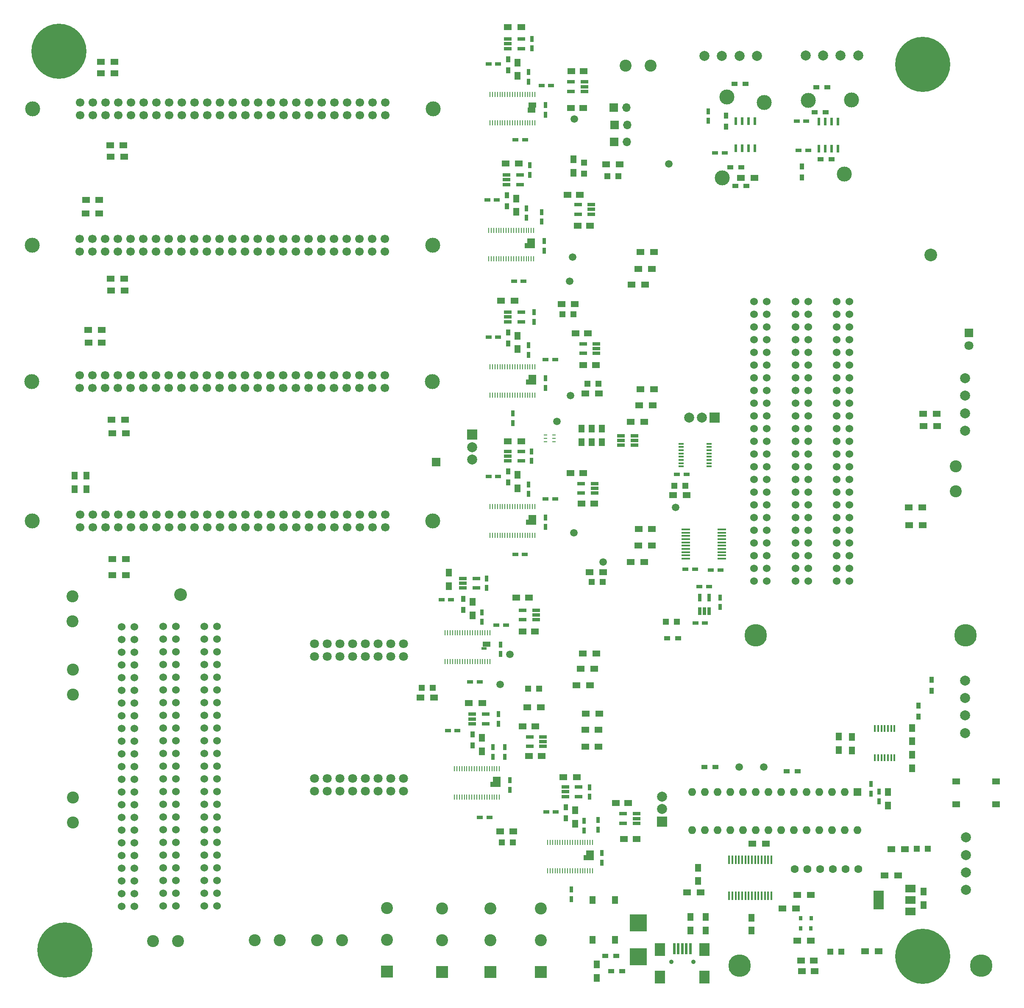
<source format=gbr>
G04 #@! TF.FileFunction,Soldermask,Top*
%FSLAX46Y46*%
G04 Gerber Fmt 4.6, Leading zero omitted, Abs format (unit mm)*
G04 Created by KiCad (PCBNEW 4.0.4-stable) date 08/03/17 17:46:02*
%MOMM*%
%LPD*%
G01*
G04 APERTURE LIST*
%ADD10C,0.100000*%
%ADD11C,11.000000*%
%ADD12C,0.700000*%
%ADD13C,4.500000*%
%ADD14R,1.500000X1.300000*%
%ADD15R,0.650000X0.250000*%
%ADD16R,1.050000X0.450000*%
%ADD17R,0.500000X2.300000*%
%ADD18R,2.000000X2.500000*%
%ADD19C,0.900000*%
%ADD20R,2.400000X2.400000*%
%ADD21C,2.400000*%
%ADD22R,0.450000X1.750000*%
%ADD23R,2.000000X1.000000*%
%ADD24R,0.285000X1.100000*%
%ADD25R,1.500000X1.000000*%
%ADD26C,1.800000*%
%ADD27R,1.560000X0.650000*%
%ADD28R,1.300000X1.500000*%
%ADD29R,1.200000X0.750000*%
%ADD30R,0.750000X1.200000*%
%ADD31R,0.900000X1.200000*%
%ADD32R,2.000000X3.800000*%
%ADD33R,2.000000X1.500000*%
%ADD34R,1.200000X1.200000*%
%ADD35R,1.600000X1.600000*%
%ADD36O,1.600000X1.600000*%
%ADD37R,0.600000X1.550000*%
%ADD38C,3.000000*%
%ADD39C,1.524000*%
%ADD40R,0.450000X1.450000*%
%ADD41R,1.800000X1.800000*%
%ADD42C,1.500000*%
%ADD43R,0.800000X0.900000*%
%ADD44R,1.250000X1.500000*%
%ADD45R,1.500000X1.250000*%
%ADD46R,3.500000X3.500000*%
%ADD47R,1.200000X0.900000*%
%ADD48R,1.300000X1.550000*%
%ADD49R,1.000000X0.500000*%
%ADD50C,1.600000*%
%ADD51R,0.650000X1.560000*%
%ADD52R,1.750000X0.450000*%
%ADD53R,2.000000X2.000000*%
%ADD54C,2.000000*%
%ADD55R,1.700000X1.700000*%
%ADD56R,1.550000X1.300000*%
%ADD57C,2.540000*%
%ADD58O,1.700000X1.700000*%
%ADD59C,1.700000*%
G04 APERTURE END LIST*
D10*
D11*
X197535800Y-25103200D03*
D12*
X201660800Y-25103200D03*
X200462615Y-28030015D03*
X197535800Y-29228200D03*
X194608985Y-28030015D03*
X193410800Y-25103200D03*
X194608985Y-22176385D03*
X197535800Y-20978200D03*
X200462615Y-22176385D03*
D13*
X206057500Y-139230100D03*
X164147500Y-139230100D03*
X209232500Y-205270100D03*
D14*
X35657800Y-98780600D03*
X38357800Y-98780600D03*
D13*
X160972500Y-205270100D03*
D15*
X123850400Y-99161600D03*
X123850400Y-99811600D03*
X123850400Y-100461600D03*
X122125400Y-99161600D03*
X122125400Y-99811600D03*
X122125400Y-100461600D03*
D16*
X154844800Y-105449800D03*
X154844800Y-104799800D03*
X154844800Y-104149800D03*
X154844800Y-103499800D03*
X154844800Y-102849800D03*
X154844800Y-102199800D03*
X154844800Y-101549800D03*
X154844800Y-100899800D03*
X149294800Y-100899800D03*
X149294800Y-101549800D03*
X149294800Y-102199800D03*
X149294800Y-102849800D03*
X149294800Y-103499800D03*
X149294800Y-104149800D03*
X149294800Y-104799800D03*
X149294800Y-105449800D03*
D17*
X147904400Y-201885900D03*
X148704400Y-201885900D03*
X149504400Y-201885900D03*
X150304400Y-201885900D03*
X151104400Y-201885900D03*
D18*
X145054400Y-201985900D03*
X145054400Y-207485900D03*
X153954400Y-201985900D03*
X153954400Y-207485900D03*
D19*
X147304400Y-204485900D03*
X151704400Y-204485900D03*
D20*
X111150400Y-206527400D03*
D21*
X111150400Y-200177400D03*
X111150400Y-193827400D03*
D22*
X167293000Y-184106000D03*
X166643000Y-184106000D03*
X165993000Y-184106000D03*
X165343000Y-184106000D03*
X164693000Y-184106000D03*
X164043000Y-184106000D03*
X163393000Y-184106000D03*
X162743000Y-184106000D03*
X162093000Y-184106000D03*
X161443000Y-184106000D03*
X160793000Y-184106000D03*
X160143000Y-184106000D03*
X159493000Y-184106000D03*
X158843000Y-184106000D03*
X158843000Y-191306000D03*
X159493000Y-191306000D03*
X160143000Y-191306000D03*
X160793000Y-191306000D03*
X161443000Y-191306000D03*
X162093000Y-191306000D03*
X162743000Y-191306000D03*
X163393000Y-191306000D03*
X164043000Y-191306000D03*
X164693000Y-191306000D03*
X165343000Y-191306000D03*
X165993000Y-191306000D03*
X166643000Y-191306000D03*
X167293000Y-191306000D03*
D20*
X121272300Y-206463900D03*
D21*
X121272300Y-200113900D03*
X121272300Y-193763900D03*
D23*
X119316500Y-116586000D03*
D24*
X120070000Y-113482000D03*
X119570000Y-113482000D03*
X119070000Y-113482000D03*
X118570000Y-113482000D03*
X118070000Y-113482000D03*
X117570000Y-113482000D03*
X117070000Y-113482000D03*
X116570000Y-113482000D03*
X116070000Y-113482000D03*
X115570000Y-113482000D03*
X115070000Y-113482000D03*
X114570000Y-113482000D03*
X114070000Y-113482000D03*
X113570000Y-113482000D03*
X113070000Y-113482000D03*
X112570000Y-113482000D03*
X112070000Y-113482000D03*
X111570000Y-113482000D03*
X111070000Y-113482000D03*
X111070000Y-119182000D03*
X111570000Y-119182000D03*
X112070000Y-119182000D03*
X112570000Y-119182000D03*
X113070000Y-119182000D03*
X113570000Y-119182000D03*
X114070000Y-119182000D03*
X114570000Y-119182000D03*
X115070000Y-119182000D03*
X115570000Y-119182000D03*
X116070000Y-119182000D03*
X116570000Y-119182000D03*
X117070000Y-119182000D03*
X117570000Y-119182000D03*
X118070000Y-119182000D03*
X118570000Y-119182000D03*
X119070000Y-119182000D03*
X119570000Y-119182000D03*
X120070000Y-119182000D03*
D25*
X119570500Y-115633500D03*
D26*
X93827600Y-143459200D03*
X93827600Y-140919200D03*
X91287600Y-143459200D03*
X91287600Y-140919200D03*
X88747600Y-143459200D03*
X88747600Y-140919200D03*
X86207600Y-143459200D03*
X86207600Y-140919200D03*
X83667600Y-143459200D03*
X83667600Y-140919200D03*
X81127600Y-143459200D03*
X81127600Y-140919200D03*
X78587600Y-143459200D03*
X78587600Y-140919200D03*
X76047600Y-143459200D03*
X76047600Y-140919200D03*
D27*
X107504240Y-154985680D03*
X107504240Y-155935680D03*
X107504240Y-156885680D03*
X110204240Y-156885680D03*
X110204240Y-154985680D03*
D28*
X109489240Y-159665680D03*
X109489240Y-162365680D03*
D29*
X109047240Y-175620680D03*
X110947240Y-175620680D03*
D30*
X114061240Y-161589680D03*
X114061240Y-163489680D03*
X115077240Y-170093680D03*
X115077240Y-168193680D03*
X112791240Y-156885680D03*
X112791240Y-154985680D03*
X111648240Y-161589680D03*
X111648240Y-163489680D03*
X109474000Y-134584400D03*
X109474000Y-136484400D03*
X110363000Y-129728000D03*
X110363000Y-127828000D03*
X113212880Y-142941080D03*
X113212880Y-141041080D03*
D29*
X114284800Y-137160000D03*
X112384800Y-137160000D03*
X107101600Y-148539200D03*
X109001600Y-148539200D03*
D28*
X107624880Y-132513080D03*
X107624880Y-135213080D03*
D27*
X105639880Y-127833080D03*
X105639880Y-128783080D03*
X105639880Y-129733080D03*
X108339880Y-129733080D03*
X108339880Y-127833080D03*
D30*
X118745000Y-109032000D03*
X118745000Y-110932000D03*
D31*
X114681000Y-108669000D03*
X114681000Y-106469000D03*
D29*
X110810000Y-107442000D03*
X112710000Y-107442000D03*
D30*
X119380000Y-104328000D03*
X119380000Y-102428000D03*
X122174000Y-117536000D03*
X122174000Y-115636000D03*
D29*
X124089200Y-111963200D03*
X122189200Y-111963200D03*
X116144000Y-123063000D03*
X118044000Y-123063000D03*
D28*
X116586000Y-107108000D03*
X116586000Y-109808000D03*
D27*
X114601000Y-102428000D03*
X114601000Y-103378000D03*
X114601000Y-104328000D03*
X117301000Y-104328000D03*
X117301000Y-102428000D03*
D30*
X129844800Y-176291200D03*
X129844800Y-178191200D03*
D31*
X126187200Y-175765640D03*
X126187200Y-173565640D03*
D29*
X122316200Y-174538640D03*
X124216200Y-174538640D03*
D30*
X130987800Y-171460200D03*
X130987800Y-169560200D03*
X133451600Y-184642800D03*
X133451600Y-182742800D03*
X132664200Y-176128640D03*
X132664200Y-178028640D03*
X127342900Y-190019900D03*
X127342900Y-191919900D03*
D28*
X128092200Y-174204640D03*
X128092200Y-176904640D03*
D27*
X126107200Y-169524640D03*
X126107200Y-170474640D03*
X126107200Y-171424640D03*
X128807200Y-171424640D03*
X128807200Y-169524640D03*
X114601000Y-74615000D03*
X114601000Y-75565000D03*
X114601000Y-76515000D03*
X117301000Y-76515000D03*
X117301000Y-74615000D03*
D28*
X116586000Y-79295000D03*
X116586000Y-81995000D03*
D30*
X115620800Y-94858800D03*
X115620800Y-96758800D03*
D29*
X124089200Y-84074000D03*
X122189200Y-84074000D03*
D30*
X122174000Y-89723000D03*
X122174000Y-87823000D03*
X119888000Y-76515000D03*
X119888000Y-74615000D03*
D29*
X110810000Y-79629000D03*
X112710000Y-79629000D03*
D30*
X118745000Y-81219000D03*
X118745000Y-83119000D03*
X118313200Y-53812400D03*
X118313200Y-55712400D03*
D29*
X110556000Y-52197000D03*
X112456000Y-52197000D03*
D30*
X119049800Y-45227200D03*
X119049800Y-47127200D03*
X121920000Y-62291000D03*
X121920000Y-60391000D03*
X121361200Y-54574400D03*
X121361200Y-56474400D03*
D29*
X115864600Y-68402200D03*
X117764600Y-68402200D03*
D28*
X116332000Y-51863000D03*
X116332000Y-54563000D03*
D27*
X114347000Y-47183000D03*
X114347000Y-48133000D03*
X114347000Y-49083000D03*
X117047000Y-49083000D03*
X117047000Y-47183000D03*
D32*
X188747000Y-192125600D03*
D33*
X195047000Y-192125600D03*
X195047000Y-189825600D03*
X195047000Y-194425600D03*
D27*
X114601000Y-20005000D03*
X114601000Y-20955000D03*
X114601000Y-21905000D03*
X117301000Y-21905000D03*
X117301000Y-20005000D03*
D34*
X181221560Y-202453240D03*
X179021560Y-202453240D03*
D35*
X184505600Y-170535600D03*
D36*
X151485600Y-178155600D03*
X181965600Y-170535600D03*
X154025600Y-178155600D03*
X179425600Y-170535600D03*
X156565600Y-178155600D03*
X176885600Y-170535600D03*
X159105600Y-178155600D03*
X174345600Y-170535600D03*
X161645600Y-178155600D03*
X171805600Y-170535600D03*
X164185600Y-178155600D03*
X169265600Y-170535600D03*
X166725600Y-178155600D03*
X166725600Y-170535600D03*
X169265600Y-178155600D03*
X164185600Y-170535600D03*
X171805600Y-178155600D03*
X161645600Y-170535600D03*
X174345600Y-178155600D03*
X159105600Y-170535600D03*
X176885600Y-178155600D03*
X156565600Y-170535600D03*
X179425600Y-178155600D03*
X154025600Y-170535600D03*
X181965600Y-178155600D03*
X151485600Y-170535600D03*
X184505600Y-178155600D03*
D28*
X151142700Y-195474600D03*
X151142700Y-198174600D03*
X154165300Y-195525400D03*
X154165300Y-198225400D03*
D14*
X188685160Y-202351640D03*
X185985160Y-202351640D03*
D28*
X116586000Y-24685000D03*
X116586000Y-27385000D03*
D29*
X116194800Y-40132000D03*
X118094800Y-40132000D03*
X123276400Y-29260800D03*
X121376400Y-29260800D03*
D30*
X122174000Y-35113000D03*
X122174000Y-33213000D03*
X119430800Y-21879600D03*
X119430800Y-19979600D03*
D29*
X110810000Y-25019000D03*
X112710000Y-25019000D03*
D31*
X114681000Y-26246000D03*
X114681000Y-24046000D03*
D30*
X118745000Y-26609000D03*
X118745000Y-28509000D03*
D20*
X101536500Y-206527400D03*
D21*
X101536500Y-200177400D03*
X101536500Y-193827400D03*
D20*
X90525600Y-206425800D03*
D21*
X90525600Y-200075800D03*
X90525600Y-193725800D03*
D14*
X141100000Y-89974000D03*
X143800000Y-89974000D03*
X141100000Y-62574000D03*
X143800000Y-62574000D03*
X140752840Y-117906800D03*
X143452840Y-117906800D03*
D37*
X160157160Y-41846480D03*
X161427160Y-41846480D03*
X162697160Y-41846480D03*
X163967160Y-41846480D03*
X163967160Y-36446480D03*
X162697160Y-36446480D03*
X161427160Y-36446480D03*
X160157160Y-36446480D03*
D38*
X158400000Y-31600000D03*
X165811200Y-32659320D03*
X174670720Y-32288480D03*
X183266080Y-32161480D03*
D39*
X172085000Y-72440800D03*
X174625000Y-72440800D03*
X172085000Y-74980800D03*
X174625000Y-74980800D03*
X172085000Y-77520800D03*
X174625000Y-77520800D03*
X172085000Y-80060800D03*
X174625000Y-80060800D03*
X172085000Y-82600800D03*
X174625000Y-82600800D03*
X172085000Y-85140800D03*
X174625000Y-85140800D03*
X172085000Y-87680800D03*
X174625000Y-87680800D03*
X172085000Y-90220800D03*
X174625000Y-90220800D03*
X172085000Y-92760800D03*
X174625000Y-92760800D03*
X172085000Y-95300800D03*
X174625000Y-95300800D03*
X172085000Y-97840800D03*
X174625000Y-97840800D03*
X172085000Y-100380800D03*
X174625000Y-100380800D03*
X172085000Y-102920800D03*
X174625000Y-102920800D03*
X172085000Y-105460800D03*
X174625000Y-105460800D03*
X172085000Y-108000800D03*
X174625000Y-108000800D03*
X172085000Y-110540800D03*
X174625000Y-110540800D03*
X172085000Y-113080800D03*
X174625000Y-113080800D03*
X172085000Y-115620800D03*
X174625000Y-115620800D03*
X172085000Y-118160800D03*
X174625000Y-118160800D03*
X172085000Y-120700800D03*
X174625000Y-120700800D03*
X172085000Y-123240800D03*
X174625000Y-123240800D03*
X172085000Y-125780800D03*
X174625000Y-125780800D03*
X172085000Y-128320800D03*
X174625000Y-128320800D03*
X163830000Y-72440800D03*
X166370000Y-72440800D03*
X163830000Y-74980800D03*
X166370000Y-74980800D03*
X163830000Y-77520800D03*
X166370000Y-77520800D03*
X163830000Y-80060800D03*
X166370000Y-80060800D03*
X163830000Y-82600800D03*
X166370000Y-82600800D03*
X163830000Y-85140800D03*
X166370000Y-85140800D03*
X163830000Y-87680800D03*
X166370000Y-87680800D03*
X163830000Y-90220800D03*
X166370000Y-90220800D03*
X163830000Y-92760800D03*
X166370000Y-92760800D03*
X163830000Y-95300800D03*
X166370000Y-95300800D03*
X163830000Y-97840800D03*
X166370000Y-97840800D03*
X163830000Y-100380800D03*
X166370000Y-100380800D03*
X163830000Y-102920800D03*
X166370000Y-102920800D03*
X163830000Y-105460800D03*
X166370000Y-105460800D03*
X163830000Y-108000800D03*
X166370000Y-108000800D03*
X163830000Y-110540800D03*
X166370000Y-110540800D03*
X163830000Y-113080800D03*
X166370000Y-113080800D03*
X163830000Y-115620800D03*
X166370000Y-115620800D03*
X163830000Y-118160800D03*
X166370000Y-118160800D03*
X163830000Y-120700800D03*
X166370000Y-120700800D03*
X163830000Y-123240800D03*
X166370000Y-123240800D03*
X163830000Y-125780800D03*
X166370000Y-125780800D03*
X163830000Y-128320800D03*
X166370000Y-128320800D03*
X180340000Y-72440800D03*
X182880000Y-72440800D03*
X180340000Y-74980800D03*
X182880000Y-74980800D03*
X180340000Y-77520800D03*
X182880000Y-77520800D03*
X180340000Y-80060800D03*
X182880000Y-80060800D03*
X180340000Y-82600800D03*
X182880000Y-82600800D03*
X180340000Y-85140800D03*
X182880000Y-85140800D03*
X180340000Y-87680800D03*
X182880000Y-87680800D03*
X180340000Y-90220800D03*
X182880000Y-90220800D03*
X180340000Y-92760800D03*
X182880000Y-92760800D03*
X180340000Y-95300800D03*
X182880000Y-95300800D03*
X180340000Y-97840800D03*
X182880000Y-97840800D03*
X180340000Y-100380800D03*
X182880000Y-100380800D03*
X180340000Y-102920800D03*
X182880000Y-102920800D03*
X180340000Y-105460800D03*
X182880000Y-105460800D03*
X180340000Y-108000800D03*
X182880000Y-108000800D03*
X180340000Y-110540800D03*
X182880000Y-110540800D03*
X180340000Y-113080800D03*
X182880000Y-113080800D03*
X180340000Y-115620800D03*
X182880000Y-115620800D03*
X180340000Y-118160800D03*
X182880000Y-118160800D03*
X180340000Y-120700800D03*
X182880000Y-120700800D03*
X180340000Y-123240800D03*
X182880000Y-123240800D03*
X180340000Y-125780800D03*
X182880000Y-125780800D03*
X180340000Y-128320800D03*
X182880000Y-128320800D03*
D26*
X93827600Y-170383200D03*
X93827600Y-167843200D03*
X91287600Y-170383200D03*
X91287600Y-167843200D03*
X88747600Y-170383200D03*
X88747600Y-167843200D03*
X86207600Y-170383200D03*
X86207600Y-167843200D03*
X83667600Y-170383200D03*
X83667600Y-167843200D03*
X81127600Y-170383200D03*
X81127600Y-167843200D03*
X78587600Y-170383200D03*
X78587600Y-167843200D03*
X76047600Y-170383200D03*
X76047600Y-167843200D03*
D14*
X163910000Y-47752000D03*
X161210000Y-47752000D03*
D38*
X157480000Y-47752000D03*
X181864000Y-46990000D03*
D40*
X191865800Y-157781200D03*
X191215800Y-157781200D03*
X190565800Y-157781200D03*
X189915800Y-157781200D03*
X189265800Y-157781200D03*
X188615800Y-157781200D03*
X187965800Y-157781200D03*
X187965800Y-163681200D03*
X188615800Y-163681200D03*
X189265800Y-163681200D03*
X189915800Y-163681200D03*
X190565800Y-163681200D03*
X191215800Y-163681200D03*
X191865800Y-163681200D03*
D29*
X150327400Y-107035600D03*
X148427400Y-107035600D03*
X101412000Y-132080000D03*
X103312000Y-132080000D03*
X102656600Y-158242000D03*
X104556600Y-158242000D03*
D34*
X198534200Y-181889400D03*
X196334200Y-181889400D03*
D26*
X206781400Y-81254600D03*
D41*
X206781400Y-78754600D03*
D39*
X37465000Y-137464800D03*
X40005000Y-137464800D03*
X37465000Y-140004800D03*
X40005000Y-140004800D03*
X37465000Y-142544800D03*
X40005000Y-142544800D03*
X37465000Y-145084800D03*
X40005000Y-145084800D03*
X37465000Y-147624800D03*
X40005000Y-147624800D03*
X37465000Y-150164800D03*
X40005000Y-150164800D03*
X37465000Y-152704800D03*
X40005000Y-152704800D03*
X37465000Y-155244800D03*
X40005000Y-155244800D03*
X37465000Y-157784800D03*
X40005000Y-157784800D03*
X37465000Y-160324800D03*
X40005000Y-160324800D03*
X37465000Y-162864800D03*
X40005000Y-162864800D03*
X37465000Y-165404800D03*
X40005000Y-165404800D03*
X37465000Y-167944800D03*
X40005000Y-167944800D03*
X37465000Y-170484800D03*
X40005000Y-170484800D03*
X37465000Y-173024800D03*
X40005000Y-173024800D03*
X37465000Y-175564800D03*
X40005000Y-175564800D03*
X37465000Y-178104800D03*
X40005000Y-178104800D03*
X37465000Y-180644800D03*
X40005000Y-180644800D03*
X37465000Y-183184800D03*
X40005000Y-183184800D03*
X37465000Y-185724800D03*
X40005000Y-185724800D03*
X37465000Y-188264800D03*
X40005000Y-188264800D03*
X37465000Y-190804800D03*
X40005000Y-190804800D03*
X37465000Y-193344800D03*
X40005000Y-193344800D03*
X45778000Y-137449200D03*
X48318000Y-137449200D03*
X45778000Y-139989200D03*
X48318000Y-139989200D03*
X45778000Y-142529200D03*
X48318000Y-142529200D03*
X45778000Y-145069200D03*
X48318000Y-145069200D03*
X45778000Y-147609200D03*
X48318000Y-147609200D03*
X45778000Y-150149200D03*
X48318000Y-150149200D03*
X45778000Y-152689200D03*
X48318000Y-152689200D03*
X45778000Y-155229200D03*
X48318000Y-155229200D03*
X45778000Y-157769200D03*
X48318000Y-157769200D03*
X45778000Y-160309200D03*
X48318000Y-160309200D03*
X45778000Y-162849200D03*
X48318000Y-162849200D03*
X45778000Y-165389200D03*
X48318000Y-165389200D03*
X45778000Y-167929200D03*
X48318000Y-167929200D03*
X45778000Y-170469200D03*
X48318000Y-170469200D03*
X45778000Y-173009200D03*
X48318000Y-173009200D03*
X45778000Y-175549200D03*
X48318000Y-175549200D03*
X45778000Y-178089200D03*
X48318000Y-178089200D03*
X45778000Y-180629200D03*
X48318000Y-180629200D03*
X45778000Y-183169200D03*
X48318000Y-183169200D03*
X45778000Y-185709200D03*
X48318000Y-185709200D03*
X45778000Y-188249200D03*
X48318000Y-188249200D03*
X45778000Y-190789200D03*
X48318000Y-190789200D03*
X45778000Y-193329200D03*
X48318000Y-193329200D03*
X54025800Y-137439400D03*
X56565800Y-137439400D03*
X54025800Y-139979400D03*
X56565800Y-139979400D03*
X54025800Y-142519400D03*
X56565800Y-142519400D03*
X54025800Y-145059400D03*
X56565800Y-145059400D03*
X54025800Y-147599400D03*
X56565800Y-147599400D03*
X54025800Y-150139400D03*
X56565800Y-150139400D03*
X54025800Y-152679400D03*
X56565800Y-152679400D03*
X54025800Y-155219400D03*
X56565800Y-155219400D03*
X54025800Y-157759400D03*
X56565800Y-157759400D03*
X54025800Y-160299400D03*
X56565800Y-160299400D03*
X54025800Y-162839400D03*
X56565800Y-162839400D03*
X54025800Y-165379400D03*
X56565800Y-165379400D03*
X54025800Y-167919400D03*
X56565800Y-167919400D03*
X54025800Y-170459400D03*
X56565800Y-170459400D03*
X54025800Y-172999400D03*
X56565800Y-172999400D03*
X54025800Y-175539400D03*
X56565800Y-175539400D03*
X54025800Y-178079400D03*
X56565800Y-178079400D03*
X54025800Y-180619400D03*
X56565800Y-180619400D03*
X54025800Y-183159400D03*
X56565800Y-183159400D03*
X54025800Y-185699400D03*
X56565800Y-185699400D03*
X54025800Y-188239400D03*
X56565800Y-188239400D03*
X54025800Y-190779400D03*
X56565800Y-190779400D03*
X54025800Y-193319400D03*
X56565800Y-193319400D03*
D42*
X127609600Y-63550800D03*
X127152400Y-91236800D03*
X127863600Y-118668800D03*
X115011200Y-143027400D03*
X146761200Y-44932600D03*
X126949200Y-68402200D03*
X124460000Y-96469200D03*
X133705600Y-124587000D03*
X113106200Y-148996400D03*
X148158200Y-113588800D03*
D34*
X147871000Y-109270800D03*
X150071000Y-109270800D03*
D14*
X147671800Y-111175800D03*
X150371800Y-111175800D03*
X191232800Y-181940200D03*
X193932800Y-181940200D03*
D43*
X173143200Y-195732400D03*
X175243200Y-195732400D03*
X173092400Y-197815200D03*
X175192400Y-197815200D03*
D14*
X150440400Y-190550800D03*
X153140400Y-190550800D03*
X172462200Y-191058800D03*
X175162200Y-191058800D03*
X172462200Y-200202800D03*
X175162200Y-200202800D03*
D28*
X152654000Y-188344800D03*
X152654000Y-185644800D03*
D14*
X169490400Y-193802000D03*
X172190400Y-193802000D03*
D28*
X132435600Y-204999600D03*
X132435600Y-207699600D03*
D44*
X163271200Y-195701600D03*
X163271200Y-198201600D03*
D45*
X173248000Y-204190600D03*
X175748000Y-204190600D03*
X173425800Y-206375000D03*
X175925800Y-206375000D03*
D46*
X140703300Y-203450400D03*
X140703300Y-196650400D03*
D47*
X136329600Y-203301600D03*
X134129600Y-203301600D03*
X137447200Y-206298800D03*
X135247200Y-206298800D03*
D48*
X131582600Y-200088400D03*
X131582600Y-192138400D03*
X136082600Y-200088400D03*
X136082600Y-192138400D03*
D25*
X119392700Y-34188400D03*
D24*
X120070000Y-31059000D03*
X119570000Y-31059000D03*
X119070000Y-31059000D03*
X118570000Y-31059000D03*
X118070000Y-31059000D03*
X117570000Y-31059000D03*
X117070000Y-31059000D03*
X116570000Y-31059000D03*
X116070000Y-31059000D03*
X115570000Y-31059000D03*
X115070000Y-31059000D03*
X114570000Y-31059000D03*
X114070000Y-31059000D03*
X113570000Y-31059000D03*
X113070000Y-31059000D03*
X112570000Y-31059000D03*
X112070000Y-31059000D03*
X111570000Y-31059000D03*
X111070000Y-31059000D03*
X111070000Y-36759000D03*
X111570000Y-36759000D03*
X112070000Y-36759000D03*
X112570000Y-36759000D03*
X113070000Y-36759000D03*
X113570000Y-36759000D03*
X114070000Y-36759000D03*
X114570000Y-36759000D03*
X115070000Y-36759000D03*
X115570000Y-36759000D03*
X116070000Y-36759000D03*
X116570000Y-36759000D03*
X117070000Y-36759000D03*
X117570000Y-36759000D03*
X118070000Y-36759000D03*
X118570000Y-36759000D03*
X119070000Y-36759000D03*
X119570000Y-36759000D03*
X120070000Y-36759000D03*
D25*
X119570500Y-33210500D03*
D14*
X139162800Y-96484440D03*
X141862800Y-96484440D03*
X140890000Y-93218000D03*
X143590000Y-93218000D03*
D31*
X114681000Y-80856000D03*
X114681000Y-78656000D03*
D14*
X139345680Y-69098160D03*
X142045680Y-69098160D03*
X140747760Y-65948560D03*
X143447760Y-65948560D03*
D31*
X114427000Y-53424000D03*
X114427000Y-51224000D03*
D14*
X139203440Y-124587000D03*
X141903440Y-124587000D03*
X140686800Y-121274840D03*
X143386800Y-121274840D03*
D31*
X105719880Y-134074080D03*
X105719880Y-131874080D03*
X107584240Y-161226680D03*
X107584240Y-159026680D03*
D42*
X127889000Y-35966400D03*
D23*
X119316500Y-88595200D03*
D24*
X120070000Y-85491200D03*
X119570000Y-85491200D03*
X119070000Y-85491200D03*
X118570000Y-85491200D03*
X118070000Y-85491200D03*
X117570000Y-85491200D03*
X117070000Y-85491200D03*
X116570000Y-85491200D03*
X116070000Y-85491200D03*
X115570000Y-85491200D03*
X115070000Y-85491200D03*
X114570000Y-85491200D03*
X114070000Y-85491200D03*
X113570000Y-85491200D03*
X113070000Y-85491200D03*
X112570000Y-85491200D03*
X112070000Y-85491200D03*
X111570000Y-85491200D03*
X111070000Y-85491200D03*
X111070000Y-91191200D03*
X111570000Y-91191200D03*
X112070000Y-91191200D03*
X112570000Y-91191200D03*
X113070000Y-91191200D03*
X113570000Y-91191200D03*
X114070000Y-91191200D03*
X114570000Y-91191200D03*
X115070000Y-91191200D03*
X115570000Y-91191200D03*
X116070000Y-91191200D03*
X116570000Y-91191200D03*
X117070000Y-91191200D03*
X117570000Y-91191200D03*
X118070000Y-91191200D03*
X118570000Y-91191200D03*
X119070000Y-91191200D03*
X119570000Y-91191200D03*
X120070000Y-91191200D03*
D25*
X119570500Y-87642700D03*
D23*
X119062500Y-61341000D03*
D24*
X119816000Y-58237000D03*
X119316000Y-58237000D03*
X118816000Y-58237000D03*
X118316000Y-58237000D03*
X117816000Y-58237000D03*
X117316000Y-58237000D03*
X116816000Y-58237000D03*
X116316000Y-58237000D03*
X115816000Y-58237000D03*
X115316000Y-58237000D03*
X114816000Y-58237000D03*
X114316000Y-58237000D03*
X113816000Y-58237000D03*
X113316000Y-58237000D03*
X112816000Y-58237000D03*
X112316000Y-58237000D03*
X111816000Y-58237000D03*
X111316000Y-58237000D03*
X110816000Y-58237000D03*
X110816000Y-63937000D03*
X111316000Y-63937000D03*
X111816000Y-63937000D03*
X112316000Y-63937000D03*
X112816000Y-63937000D03*
X113316000Y-63937000D03*
X113816000Y-63937000D03*
X114316000Y-63937000D03*
X114816000Y-63937000D03*
X115316000Y-63937000D03*
X115816000Y-63937000D03*
X116316000Y-63937000D03*
X116816000Y-63937000D03*
X117316000Y-63937000D03*
X117816000Y-63937000D03*
X118316000Y-63937000D03*
X118816000Y-63937000D03*
X119316000Y-63937000D03*
X119816000Y-63937000D03*
D25*
X119316500Y-60388500D03*
D49*
X109867700Y-141859000D03*
D24*
X111088560Y-138714360D03*
X110588560Y-138714360D03*
X110088560Y-138714360D03*
X109588560Y-138714360D03*
X109088560Y-138714360D03*
X108588560Y-138714360D03*
X108088560Y-138714360D03*
X107588560Y-138714360D03*
X107088560Y-138714360D03*
X106588560Y-138714360D03*
X106088560Y-138714360D03*
X105588560Y-138714360D03*
X105088560Y-138714360D03*
X104588560Y-138714360D03*
X104088560Y-138714360D03*
X103588560Y-138714360D03*
X103088560Y-138714360D03*
X102588560Y-138714360D03*
X102088560Y-138714360D03*
X102088560Y-144414360D03*
X102588560Y-144414360D03*
X103088560Y-144414360D03*
X103588560Y-144414360D03*
X104088560Y-144414360D03*
X104588560Y-144414360D03*
X105088560Y-144414360D03*
X105588560Y-144414360D03*
X106088560Y-144414360D03*
X106588560Y-144414360D03*
X107088560Y-144414360D03*
X107588560Y-144414360D03*
X108088560Y-144414360D03*
X108588560Y-144414360D03*
X109088560Y-144414360D03*
X109588560Y-144414360D03*
X110088560Y-144414360D03*
X110588560Y-144414360D03*
X111088560Y-144414360D03*
D25*
X110363000Y-140944600D03*
D23*
X112204500Y-168970960D03*
D24*
X112958000Y-165866960D03*
X112458000Y-165866960D03*
X111958000Y-165866960D03*
X111458000Y-165866960D03*
X110958000Y-165866960D03*
X110458000Y-165866960D03*
X109958000Y-165866960D03*
X109458000Y-165866960D03*
X108958000Y-165866960D03*
X108458000Y-165866960D03*
X107958000Y-165866960D03*
X107458000Y-165866960D03*
X106958000Y-165866960D03*
X106458000Y-165866960D03*
X105958000Y-165866960D03*
X105458000Y-165866960D03*
X104958000Y-165866960D03*
X104458000Y-165866960D03*
X103958000Y-165866960D03*
X103958000Y-171566960D03*
X104458000Y-171566960D03*
X104958000Y-171566960D03*
X105458000Y-171566960D03*
X105958000Y-171566960D03*
X106458000Y-171566960D03*
X106958000Y-171566960D03*
X107458000Y-171566960D03*
X107958000Y-171566960D03*
X108458000Y-171566960D03*
X108958000Y-171566960D03*
X109458000Y-171566960D03*
X109958000Y-171566960D03*
X110458000Y-171566960D03*
X110958000Y-171566960D03*
X111458000Y-171566960D03*
X111958000Y-171566960D03*
X112458000Y-171566960D03*
X112958000Y-171566960D03*
D25*
X112458500Y-168018460D03*
D37*
X176784000Y-41892200D03*
X178054000Y-41892200D03*
X179324000Y-41892200D03*
X180594000Y-41892200D03*
X180594000Y-36492200D03*
X179324000Y-36492200D03*
X178054000Y-36492200D03*
X176784000Y-36492200D03*
D42*
X165760400Y-165506400D03*
X160880400Y-165506400D03*
D14*
X114626400Y-17627600D03*
X117326400Y-17627600D03*
X113254800Y-72339200D03*
X115954800Y-72339200D03*
X114169200Y-44907200D03*
X116869200Y-44907200D03*
X114626400Y-100380800D03*
X117326400Y-100380800D03*
D28*
X102895400Y-129391400D03*
X102895400Y-126691400D03*
D14*
X106854000Y-152755600D03*
X109554000Y-152755600D03*
X125751600Y-167538400D03*
X128451600Y-167538400D03*
D31*
X173400000Y-45500000D03*
X173400000Y-47700000D03*
D47*
X177100000Y-44000000D03*
X179300000Y-44000000D03*
D31*
X158200000Y-37500000D03*
X158200000Y-35300000D03*
D47*
X159900000Y-29000000D03*
X162100000Y-29000000D03*
X159100000Y-45600000D03*
X161300000Y-45600000D03*
X160100000Y-49400000D03*
X162300000Y-49400000D03*
X175900000Y-34600000D03*
X178100000Y-34600000D03*
X176300000Y-29600000D03*
X178500000Y-29600000D03*
D28*
X195400000Y-157700000D03*
X195400000Y-160400000D03*
X183340400Y-159494400D03*
X183340400Y-162194400D03*
X195400000Y-163050000D03*
X195400000Y-165750000D03*
X180740400Y-162144400D03*
X180740400Y-159444400D03*
D50*
X171958000Y-185928000D03*
X174498000Y-185928000D03*
X177038000Y-185928000D03*
X179578000Y-185928000D03*
X182118000Y-185928000D03*
X184658000Y-185928000D03*
D23*
X130822700Y-183682640D03*
D24*
X131576200Y-180578640D03*
X131076200Y-180578640D03*
X130576200Y-180578640D03*
X130076200Y-180578640D03*
X129576200Y-180578640D03*
X129076200Y-180578640D03*
X128576200Y-180578640D03*
X128076200Y-180578640D03*
X127576200Y-180578640D03*
X127076200Y-180578640D03*
X126576200Y-180578640D03*
X126076200Y-180578640D03*
X125576200Y-180578640D03*
X125076200Y-180578640D03*
X124576200Y-180578640D03*
X124076200Y-180578640D03*
X123576200Y-180578640D03*
X123076200Y-180578640D03*
X122576200Y-180578640D03*
X122576200Y-186278640D03*
X123076200Y-186278640D03*
X123576200Y-186278640D03*
X124076200Y-186278640D03*
X124576200Y-186278640D03*
X125076200Y-186278640D03*
X125576200Y-186278640D03*
X126076200Y-186278640D03*
X126576200Y-186278640D03*
X127076200Y-186278640D03*
X127576200Y-186278640D03*
X128076200Y-186278640D03*
X128576200Y-186278640D03*
X129076200Y-186278640D03*
X129576200Y-186278640D03*
X130076200Y-186278640D03*
X130576200Y-186278640D03*
X131076200Y-186278640D03*
X131576200Y-186278640D03*
D25*
X131076700Y-182730140D03*
D47*
X172550000Y-166370000D03*
X170350000Y-166370000D03*
X153890800Y-165506400D03*
X156090800Y-165506400D03*
D29*
X154035800Y-136779000D03*
X152135800Y-136779000D03*
D30*
X157073600Y-133538000D03*
X157073600Y-131638000D03*
D29*
X154823200Y-129463800D03*
X152923200Y-129463800D03*
D51*
X152974000Y-134369800D03*
X153924000Y-134369800D03*
X154874000Y-134369800D03*
X154874000Y-131669800D03*
X152974000Y-131669800D03*
D45*
X136214800Y-172694600D03*
X138714800Y-172694600D03*
X127324800Y-26416000D03*
X129824800Y-26416000D03*
X128137600Y-78790800D03*
X130637600Y-78790800D03*
X126562800Y-51104800D03*
X129062800Y-51104800D03*
X127172400Y-106730800D03*
X129672400Y-106730800D03*
X116352000Y-131673600D03*
X118852000Y-131673600D03*
X117622000Y-157429200D03*
X120122000Y-157429200D03*
D28*
X133400800Y-97862400D03*
X133400800Y-100562400D03*
X129336800Y-97862400D03*
X129336800Y-100562400D03*
X131368800Y-97862400D03*
X131368800Y-100562400D03*
D11*
X24993600Y-22453600D03*
D12*
X29118600Y-22453600D03*
X27920415Y-25380415D03*
X24993600Y-26578600D03*
X22066785Y-25380415D03*
X20868600Y-22453600D03*
X22066785Y-19526785D03*
X24993600Y-18328600D03*
X27920415Y-19526785D03*
D11*
X26162000Y-202082400D03*
D12*
X30287000Y-202082400D03*
X29088815Y-205009215D03*
X26162000Y-206207400D03*
X23235185Y-205009215D03*
X22037000Y-202082400D03*
X23235185Y-199155585D03*
X26162000Y-197957400D03*
X29088815Y-199155585D03*
D11*
X197535800Y-203403200D03*
D12*
X201660800Y-203403200D03*
X200462615Y-206330015D03*
X197535800Y-207528200D03*
X194608985Y-206330015D03*
X193410800Y-203403200D03*
X194608985Y-200476385D03*
X197535800Y-199278200D03*
X200462615Y-200476385D03*
D27*
X129975600Y-30464800D03*
X129975600Y-29514800D03*
X129975600Y-28564800D03*
X127275600Y-28564800D03*
X127275600Y-30464800D03*
X132363200Y-82839600D03*
X132363200Y-81889600D03*
X132363200Y-80939600D03*
X129663200Y-80939600D03*
X129663200Y-82839600D03*
X131347200Y-55001200D03*
X131347200Y-54051200D03*
X131347200Y-53101200D03*
X128647200Y-53101200D03*
X128647200Y-55001200D03*
X132007600Y-110779600D03*
X132007600Y-109829600D03*
X132007600Y-108879600D03*
X129307600Y-108879600D03*
X129307600Y-110779600D03*
D45*
X128594800Y-57353200D03*
X131094800Y-57353200D03*
D27*
X139932400Y-101178400D03*
X139932400Y-100228400D03*
X139932400Y-99278400D03*
X137232400Y-99278400D03*
X137232400Y-101178400D03*
X137232400Y-100228400D03*
D45*
X127223200Y-33782000D03*
X129723200Y-33782000D03*
X129712400Y-85140800D03*
X132212400Y-85140800D03*
X129382200Y-112903000D03*
X131882200Y-112903000D03*
X117571200Y-138430000D03*
X120071200Y-138430000D03*
X118866600Y-163322000D03*
X121366600Y-163322000D03*
X137840400Y-179933600D03*
X140340400Y-179933600D03*
D27*
X140389600Y-176768800D03*
X140389600Y-175818800D03*
X140389600Y-174868800D03*
X137689600Y-174868800D03*
X137689600Y-176768800D03*
X120272800Y-136078000D03*
X120272800Y-135128000D03*
X120272800Y-134178000D03*
X117572800Y-134178000D03*
X117572800Y-136078000D03*
X121695200Y-161376400D03*
X121695200Y-160426400D03*
X121695200Y-159476400D03*
X118995200Y-159476400D03*
X118995200Y-161376400D03*
D52*
X157371600Y-123879800D03*
X157371600Y-123229800D03*
X157371600Y-122579800D03*
X157371600Y-121929800D03*
X157371600Y-121279800D03*
X157371600Y-120629800D03*
X157371600Y-119979800D03*
X157371600Y-119329800D03*
X157371600Y-118679800D03*
X157371600Y-118029800D03*
X150171600Y-118029800D03*
X150171600Y-118679800D03*
X150171600Y-119329800D03*
X150171600Y-119979800D03*
X150171600Y-120629800D03*
X150171600Y-121279800D03*
X150171600Y-121929800D03*
X150171600Y-122579800D03*
X150171600Y-123229800D03*
X150171600Y-123879800D03*
D53*
X107543600Y-99060000D03*
D54*
X107543600Y-101600000D03*
X107543600Y-104100000D03*
D55*
X100304600Y-104571800D03*
D14*
X36046400Y-26822400D03*
X33346400Y-26822400D03*
X33346400Y-24561800D03*
X36046400Y-24561800D03*
X35175200Y-41249600D03*
X37875200Y-41249600D03*
X35276800Y-43535600D03*
X37976800Y-43535600D03*
X33557200Y-80721200D03*
X30857200Y-80721200D03*
X30806400Y-78181200D03*
X33506400Y-78181200D03*
X35505400Y-96139000D03*
X38205400Y-96139000D03*
X32973000Y-54889400D03*
X30273000Y-54889400D03*
X30349200Y-52171600D03*
X33049200Y-52171600D03*
X35327600Y-67894200D03*
X38027600Y-67894200D03*
X35403800Y-70307200D03*
X38103800Y-70307200D03*
D28*
X30480000Y-107311200D03*
X30480000Y-110011200D03*
X28067000Y-110011200D03*
X28067000Y-107311200D03*
D14*
X35632400Y-123952000D03*
X38332400Y-123952000D03*
X35632400Y-127152400D03*
X38332400Y-127152400D03*
D29*
X155209200Y-126136400D03*
X157109200Y-126136400D03*
X150129200Y-125984000D03*
X152029200Y-125984000D03*
D14*
X128342400Y-149199600D03*
X131042400Y-149199600D03*
X132287000Y-142824200D03*
X129587000Y-142824200D03*
X129180600Y-145846800D03*
X131880600Y-145846800D03*
X130082300Y-161442400D03*
X132782300Y-161442400D03*
X132922000Y-154838400D03*
X130222000Y-154838400D03*
X130082300Y-158064200D03*
X132782300Y-158064200D03*
D28*
X197688200Y-190394600D03*
X197688200Y-193094600D03*
D14*
X192586600Y-187223400D03*
X189886600Y-187223400D03*
D53*
X145465800Y-176479200D03*
D54*
X145465800Y-173939200D03*
X145465800Y-171439200D03*
D28*
X190550800Y-173231800D03*
X190550800Y-170531800D03*
D56*
X204203400Y-168438000D03*
X212153400Y-168438000D03*
X204203400Y-172938000D03*
X212153400Y-172938000D03*
D57*
X199097900Y-63195200D03*
X49301400Y-131064000D03*
D30*
X188823600Y-172374600D03*
X188823600Y-170474600D03*
D14*
X197633600Y-94894400D03*
X200333600Y-94894400D03*
X197684400Y-97383600D03*
X200384400Y-97383600D03*
D54*
X184621000Y-23316200D03*
X181121000Y-23316200D03*
X177621000Y-23316200D03*
X174121000Y-23316200D03*
X164402600Y-23392400D03*
X160902600Y-23392400D03*
X157402600Y-23392400D03*
X153902600Y-23392400D03*
X206172800Y-190107400D03*
X206172800Y-186607400D03*
X206172800Y-183107400D03*
X206172800Y-179607400D03*
X205969600Y-98311800D03*
X205969600Y-94811800D03*
X205969600Y-91311800D03*
X205969600Y-87811800D03*
D21*
X76544800Y-200126600D03*
X81544800Y-200126600D03*
X143139800Y-25323800D03*
X138139800Y-25323800D03*
X27698700Y-131421500D03*
X27698700Y-136421500D03*
X64073400Y-200152000D03*
X69073400Y-200152000D03*
D55*
X135813800Y-33731200D03*
D58*
X138353800Y-33731200D03*
D55*
X135940800Y-37211000D03*
D58*
X138480800Y-37211000D03*
D55*
X135864600Y-40538400D03*
D58*
X138404600Y-40538400D03*
D14*
X166221400Y-180873400D03*
X163521400Y-180873400D03*
D29*
X156047400Y-42722800D03*
X157947400Y-42722800D03*
X174254200Y-36449000D03*
X172354200Y-36449000D03*
D30*
X154635200Y-36332200D03*
X154635200Y-34432200D03*
D34*
X136761400Y-47396400D03*
X134561400Y-47396400D03*
X127769800Y-75031600D03*
X125569800Y-75031600D03*
X132722800Y-88874600D03*
X130522800Y-88874600D03*
X133561000Y-128549400D03*
X131361000Y-128549400D03*
X99626600Y-149733000D03*
X97426600Y-149733000D03*
X115679400Y-180568600D03*
X113479400Y-180568600D03*
X129870200Y-46947000D03*
X129870200Y-44747000D03*
X146220000Y-136525000D03*
X148420000Y-136525000D03*
X120873700Y-149821900D03*
X118673700Y-149821900D03*
D53*
X155930600Y-95656400D03*
D54*
X153390600Y-95656400D03*
X150890600Y-95656400D03*
D21*
X204139800Y-110373800D03*
X204139800Y-105373800D03*
X43778800Y-200329800D03*
X48778800Y-200329800D03*
D14*
X194712600Y-113639600D03*
X197412600Y-113639600D03*
X194788800Y-117144800D03*
X197488800Y-117144800D03*
X134282001Y-45067600D03*
X136982001Y-45067600D03*
X125345200Y-72974200D03*
X128045200Y-72974200D03*
X130134001Y-90865600D03*
X132834001Y-90865600D03*
X130984000Y-126619000D03*
X133684000Y-126619000D03*
X97214201Y-151659600D03*
X99914201Y-151659600D03*
X113071401Y-178408400D03*
X115771401Y-178408400D03*
D28*
X127787400Y-44039800D03*
X127787400Y-46739800D03*
D47*
X148647162Y-139827600D03*
X146447162Y-139827600D03*
D14*
X118535962Y-153627600D03*
X121235962Y-153627600D03*
D29*
X172735200Y-42265600D03*
X174635200Y-42265600D03*
D30*
X187223400Y-168950600D03*
X187223400Y-170850600D03*
D38*
X99682300Y-116319300D03*
X19672300Y-116319300D03*
D59*
X29197300Y-117589300D03*
X29197300Y-115049300D03*
X31737300Y-117589300D03*
X31737300Y-115049300D03*
X34277300Y-117589300D03*
X34277300Y-115049300D03*
X36817300Y-117589300D03*
X36817300Y-115049300D03*
X39357300Y-117589300D03*
X39357300Y-115049300D03*
X41897300Y-117589300D03*
X41897300Y-115049300D03*
X44437300Y-117589300D03*
X44437300Y-115049300D03*
X46977300Y-117589300D03*
X46977300Y-115049300D03*
X49517300Y-117589300D03*
X49517300Y-115049300D03*
X52057300Y-117589300D03*
X52057300Y-115049300D03*
X54597300Y-117589300D03*
X54597300Y-115049300D03*
X57137300Y-117589300D03*
X57137300Y-115049300D03*
X59677300Y-117589300D03*
X59677300Y-115049300D03*
X62217300Y-117589300D03*
X62217300Y-115049300D03*
X64757300Y-117589300D03*
X64757300Y-115049300D03*
X67297300Y-117589300D03*
X67297300Y-115049300D03*
X69837300Y-117589300D03*
X69837300Y-115049300D03*
X72377300Y-117589300D03*
X72377300Y-115049300D03*
X74917300Y-117589300D03*
X74917300Y-115049300D03*
X77457300Y-117589300D03*
X77457300Y-115049300D03*
X79997300Y-117589300D03*
X79997300Y-115049300D03*
X82537300Y-117589300D03*
X82537300Y-115049300D03*
X85077300Y-117589300D03*
X85077300Y-115049300D03*
X87617300Y-117589300D03*
X87617300Y-115049300D03*
X90157300Y-117589300D03*
X90157300Y-115049300D03*
D38*
X99580700Y-88442800D03*
X19570700Y-88442800D03*
D59*
X29095700Y-89712800D03*
X29095700Y-87172800D03*
X31635700Y-89712800D03*
X31635700Y-87172800D03*
X34175700Y-89712800D03*
X34175700Y-87172800D03*
X36715700Y-89712800D03*
X36715700Y-87172800D03*
X39255700Y-89712800D03*
X39255700Y-87172800D03*
X41795700Y-89712800D03*
X41795700Y-87172800D03*
X44335700Y-89712800D03*
X44335700Y-87172800D03*
X46875700Y-89712800D03*
X46875700Y-87172800D03*
X49415700Y-89712800D03*
X49415700Y-87172800D03*
X51955700Y-89712800D03*
X51955700Y-87172800D03*
X54495700Y-89712800D03*
X54495700Y-87172800D03*
X57035700Y-89712800D03*
X57035700Y-87172800D03*
X59575700Y-89712800D03*
X59575700Y-87172800D03*
X62115700Y-89712800D03*
X62115700Y-87172800D03*
X64655700Y-89712800D03*
X64655700Y-87172800D03*
X67195700Y-89712800D03*
X67195700Y-87172800D03*
X69735700Y-89712800D03*
X69735700Y-87172800D03*
X72275700Y-89712800D03*
X72275700Y-87172800D03*
X74815700Y-89712800D03*
X74815700Y-87172800D03*
X77355700Y-89712800D03*
X77355700Y-87172800D03*
X79895700Y-89712800D03*
X79895700Y-87172800D03*
X82435700Y-89712800D03*
X82435700Y-87172800D03*
X84975700Y-89712800D03*
X84975700Y-87172800D03*
X87515700Y-89712800D03*
X87515700Y-87172800D03*
X90055700Y-89712800D03*
X90055700Y-87172800D03*
D38*
X99631500Y-61252100D03*
X19621500Y-61252100D03*
D59*
X29146500Y-62522100D03*
X29146500Y-59982100D03*
X31686500Y-62522100D03*
X31686500Y-59982100D03*
X34226500Y-62522100D03*
X34226500Y-59982100D03*
X36766500Y-62522100D03*
X36766500Y-59982100D03*
X39306500Y-62522100D03*
X39306500Y-59982100D03*
X41846500Y-62522100D03*
X41846500Y-59982100D03*
X44386500Y-62522100D03*
X44386500Y-59982100D03*
X46926500Y-62522100D03*
X46926500Y-59982100D03*
X49466500Y-62522100D03*
X49466500Y-59982100D03*
X52006500Y-62522100D03*
X52006500Y-59982100D03*
X54546500Y-62522100D03*
X54546500Y-59982100D03*
X57086500Y-62522100D03*
X57086500Y-59982100D03*
X59626500Y-62522100D03*
X59626500Y-59982100D03*
X62166500Y-62522100D03*
X62166500Y-59982100D03*
X64706500Y-62522100D03*
X64706500Y-59982100D03*
X67246500Y-62522100D03*
X67246500Y-59982100D03*
X69786500Y-62522100D03*
X69786500Y-59982100D03*
X72326500Y-62522100D03*
X72326500Y-59982100D03*
X74866500Y-62522100D03*
X74866500Y-59982100D03*
X77406500Y-62522100D03*
X77406500Y-59982100D03*
X79946500Y-62522100D03*
X79946500Y-59982100D03*
X82486500Y-62522100D03*
X82486500Y-59982100D03*
X85026500Y-62522100D03*
X85026500Y-59982100D03*
X87566500Y-62522100D03*
X87566500Y-59982100D03*
X90106500Y-62522100D03*
X90106500Y-59982100D03*
D38*
X99707700Y-33921700D03*
X19697700Y-33921700D03*
D59*
X29222700Y-35191700D03*
X29222700Y-32651700D03*
X31762700Y-35191700D03*
X31762700Y-32651700D03*
X34302700Y-35191700D03*
X34302700Y-32651700D03*
X36842700Y-35191700D03*
X36842700Y-32651700D03*
X39382700Y-35191700D03*
X39382700Y-32651700D03*
X41922700Y-35191700D03*
X41922700Y-32651700D03*
X44462700Y-35191700D03*
X44462700Y-32651700D03*
X47002700Y-35191700D03*
X47002700Y-32651700D03*
X49542700Y-35191700D03*
X49542700Y-32651700D03*
X52082700Y-35191700D03*
X52082700Y-32651700D03*
X54622700Y-35191700D03*
X54622700Y-32651700D03*
X57162700Y-35191700D03*
X57162700Y-32651700D03*
X59702700Y-35191700D03*
X59702700Y-32651700D03*
X62242700Y-35191700D03*
X62242700Y-32651700D03*
X64782700Y-35191700D03*
X64782700Y-32651700D03*
X67322700Y-35191700D03*
X67322700Y-32651700D03*
X69862700Y-35191700D03*
X69862700Y-32651700D03*
X72402700Y-35191700D03*
X72402700Y-32651700D03*
X74942700Y-35191700D03*
X74942700Y-32651700D03*
X77482700Y-35191700D03*
X77482700Y-32651700D03*
X80022700Y-35191700D03*
X80022700Y-32651700D03*
X82562700Y-35191700D03*
X82562700Y-32651700D03*
X85102700Y-35191700D03*
X85102700Y-32651700D03*
X87642700Y-35191700D03*
X87642700Y-32651700D03*
X90182700Y-35191700D03*
X90182700Y-32651700D03*
D21*
X27774900Y-146026500D03*
X27774900Y-151026500D03*
X27774900Y-171617000D03*
X27774900Y-176617000D03*
D31*
X199275700Y-150248800D03*
X199275700Y-148048800D03*
X196659500Y-155455800D03*
X196659500Y-153255800D03*
D54*
X206020400Y-158713000D03*
X206020400Y-155213000D03*
X206020400Y-151713000D03*
X206020400Y-148213000D03*
M02*

</source>
